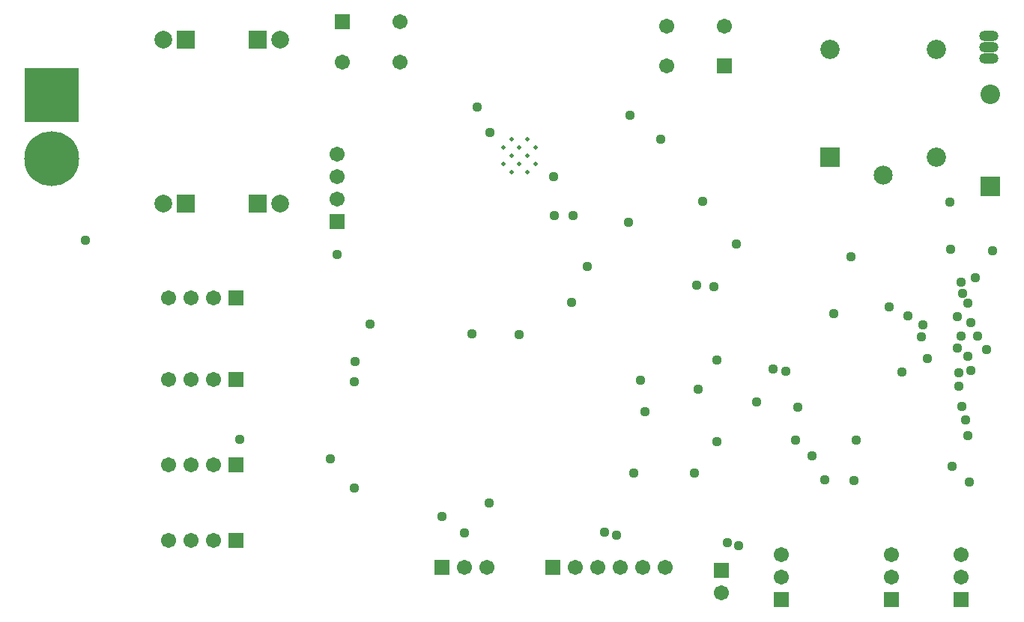
<source format=gbs>
G04*
G04 #@! TF.GenerationSoftware,Altium Limited,Altium Designer,20.1.12 (249)*
G04*
G04 Layer_Color=16711935*
%FSLAX25Y25*%
%MOIN*%
G70*
G04*
G04 #@! TF.SameCoordinates,D2DC16A5-891C-47F1-9DBA-B4DE5785F593*
G04*
G04*
G04 #@! TF.FilePolarity,Negative*
G04*
G01*
G75*
%ADD52R,0.24422X0.24422*%
%ADD53C,0.24422*%
%ADD54O,0.08674X0.04737*%
%ADD55O,0.08674X0.04737*%
%ADD56C,0.06706*%
%ADD57R,0.06706X0.06706*%
%ADD58R,0.06706X0.06706*%
%ADD59C,0.08595*%
%ADD60C,0.08418*%
%ADD61R,0.08595X0.08595*%
%ADD62R,0.08674X0.08674*%
%ADD63C,0.08674*%
%ADD64C,0.01981*%
%ADD65C,0.06737*%
%ADD66R,0.06737X0.06737*%
%ADD67R,0.07887X0.07887*%
%ADD68C,0.07887*%
%ADD69C,0.04400*%
D52*
X25000Y238346D02*
D03*
D53*
Y210000D02*
D03*
D54*
X442000Y254500D02*
D03*
Y264500D02*
D03*
D55*
Y259500D02*
D03*
D56*
X218500Y28000D02*
D03*
X208500D02*
D03*
X398500Y33500D02*
D03*
Y23500D02*
D03*
X429500Y33500D02*
D03*
Y23500D02*
D03*
X323000Y16500D02*
D03*
X349500Y33500D02*
D03*
Y23500D02*
D03*
X298000Y28000D02*
D03*
X288000D02*
D03*
X278000D02*
D03*
X268000D02*
D03*
X258000D02*
D03*
X97000Y40000D02*
D03*
X87000D02*
D03*
X77000D02*
D03*
X97000Y73500D02*
D03*
X87000D02*
D03*
X77000D02*
D03*
X97000Y148000D02*
D03*
X87000D02*
D03*
X77000D02*
D03*
X97000Y111500D02*
D03*
X87000D02*
D03*
X77000D02*
D03*
X152000Y192000D02*
D03*
Y202000D02*
D03*
Y212000D02*
D03*
D57*
X198500Y28000D02*
D03*
X248000D02*
D03*
X107000Y40000D02*
D03*
Y73500D02*
D03*
Y148000D02*
D03*
Y111500D02*
D03*
D58*
X398500Y13500D02*
D03*
X429500D02*
D03*
X323000Y26500D02*
D03*
X349500Y13500D02*
D03*
X152000Y182000D02*
D03*
D59*
X371378Y258516D02*
D03*
X418622D02*
D03*
Y210484D02*
D03*
D60*
X395000Y202610D02*
D03*
D61*
X371378Y210484D02*
D03*
D62*
X442500Y197409D02*
D03*
D63*
Y238591D02*
D03*
D64*
X236675Y203957D02*
D03*
X229451D02*
D03*
X240287Y207569D02*
D03*
X233063D02*
D03*
X225839D02*
D03*
X236675Y211181D02*
D03*
X229451D02*
D03*
X240287Y214793D02*
D03*
X233063D02*
D03*
X225839D02*
D03*
X236675Y218406D02*
D03*
X229451D02*
D03*
D65*
X298705Y268858D02*
D03*
X324295D02*
D03*
X298705Y251142D02*
D03*
X180000Y253000D02*
D03*
X154409D02*
D03*
X180000Y270717D02*
D03*
D66*
X324295Y251142D02*
D03*
X154409Y270717D02*
D03*
D67*
X116500Y263000D02*
D03*
X84500D02*
D03*
X116500Y190000D02*
D03*
X84500D02*
D03*
D68*
X126500Y263000D02*
D03*
X74500D02*
D03*
X126500Y190000D02*
D03*
X74500D02*
D03*
D69*
X338500Y101500D02*
D03*
X321000Y84000D02*
D03*
X312000Y153500D02*
D03*
X319500Y153000D02*
D03*
X432500Y145500D02*
D03*
X430200Y150000D02*
D03*
X314500Y191000D02*
D03*
X286884Y111100D02*
D03*
X160000Y119500D02*
D03*
X108500Y85000D02*
D03*
X159563Y110700D02*
D03*
X282200Y229300D02*
D03*
X281500Y181500D02*
D03*
X257000Y184500D02*
D03*
X248500D02*
D03*
X414500Y121000D02*
D03*
X412500Y136000D02*
D03*
X412000Y130500D02*
D03*
X441000Y125000D02*
D03*
X437000Y131000D02*
D03*
X429500Y155000D02*
D03*
X436000Y157000D02*
D03*
X425000Y169500D02*
D03*
X428500Y114500D02*
D03*
X372900Y141000D02*
D03*
X382881Y84500D02*
D03*
X430000Y99500D02*
D03*
X425500Y73000D02*
D03*
X434000Y115500D02*
D03*
X397500Y143900D02*
D03*
X428000Y125500D02*
D03*
X406000Y139800D02*
D03*
X428000Y139500D02*
D03*
X403300Y114900D02*
D03*
X382000Y66600D02*
D03*
X380500Y166100D02*
D03*
X428500Y108500D02*
D03*
X432500Y86500D02*
D03*
X431500Y93500D02*
D03*
X432500Y122000D02*
D03*
X434000Y137000D02*
D03*
X429500Y131000D02*
D03*
X433400Y66000D02*
D03*
X369000Y66800D02*
D03*
X363400Y77500D02*
D03*
X443600Y168750D02*
D03*
X39800Y173500D02*
D03*
X166700Y136106D02*
D03*
X329500Y171800D02*
D03*
X256400Y145900D02*
D03*
X296100Y218600D02*
D03*
X219809Y221600D02*
D03*
X248200Y202000D02*
D03*
X283839Y70000D02*
D03*
X356800Y99300D02*
D03*
X321100Y120100D02*
D03*
X346000Y116200D02*
D03*
X208500Y43100D02*
D03*
X198500Y50400D02*
D03*
X271100Y43600D02*
D03*
X219600Y56400D02*
D03*
X325500Y38900D02*
D03*
X330500Y37700D02*
D03*
X276300Y42100D02*
D03*
X263300Y161900D02*
D03*
X310900Y70000D02*
D03*
X424600Y190400D02*
D03*
X351450Y115300D02*
D03*
X312500Y107100D02*
D03*
X288800Y97050D02*
D03*
X152000Y167200D02*
D03*
X159700Y63100D02*
D03*
X233000Y131700D02*
D03*
X212100Y131900D02*
D03*
X355950Y84500D02*
D03*
X148900Y76100D02*
D03*
X214400Y233000D02*
D03*
M02*

</source>
